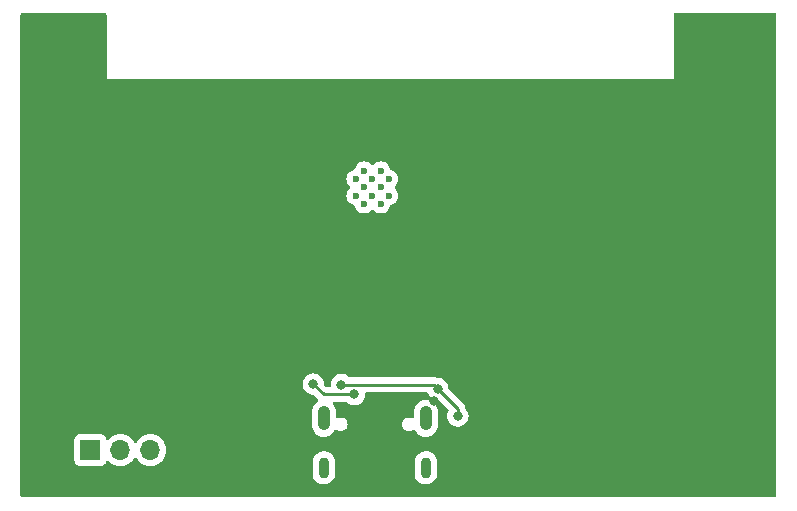
<source format=gbr>
%TF.GenerationSoftware,KiCad,Pcbnew,7.0.10*%
%TF.CreationDate,2025-07-15T10:48:48-04:00*%
%TF.ProjectId,EMGauntlet,454d4761-756e-4746-9c65-742e6b696361,rev?*%
%TF.SameCoordinates,Original*%
%TF.FileFunction,Copper,L2,Bot*%
%TF.FilePolarity,Positive*%
%FSLAX46Y46*%
G04 Gerber Fmt 4.6, Leading zero omitted, Abs format (unit mm)*
G04 Created by KiCad (PCBNEW 7.0.10) date 2025-07-15 10:48:48*
%MOMM*%
%LPD*%
G01*
G04 APERTURE LIST*
%TA.AperFunction,ComponentPad*%
%ADD10R,1.700000X1.700000*%
%TD*%
%TA.AperFunction,ComponentPad*%
%ADD11O,1.700000X1.700000*%
%TD*%
%TA.AperFunction,HeatsinkPad*%
%ADD12C,0.600000*%
%TD*%
%TA.AperFunction,ComponentPad*%
%ADD13O,1.050000X2.100000*%
%TD*%
%TA.AperFunction,ComponentPad*%
%ADD14O,0.900000X1.800000*%
%TD*%
%TA.AperFunction,ViaPad*%
%ADD15C,0.800000*%
%TD*%
%TA.AperFunction,Conductor*%
%ADD16C,0.250000*%
%TD*%
G04 APERTURE END LIST*
D10*
%TO.P,J2,1,Pin_1*%
%TO.N,/IN1*%
X135420000Y-119000000D03*
D11*
%TO.P,J2,2,Pin_2*%
%TO.N,/IN2*%
X137960000Y-119000000D03*
%TO.P,J2,3,Pin_3*%
%TO.N,/REF*%
X140500000Y-119000000D03*
%TD*%
D12*
%TO.P,U6,41*%
%TO.N,N/C*%
X157895000Y-96060000D03*
X157895000Y-97460000D03*
X158595000Y-95360000D03*
X158595000Y-96760000D03*
X158595000Y-98160000D03*
X159295000Y-96060000D03*
X159295000Y-97460000D03*
X159995000Y-95360000D03*
X159995000Y-96760000D03*
X159995000Y-98160000D03*
X160695000Y-96060000D03*
X160695000Y-97460000D03*
%TD*%
D13*
%TO.P,J3,SH1*%
%TO.N,N/C*%
X155180000Y-116320000D03*
%TO.P,J3,SH2*%
X163820000Y-116320000D03*
D14*
%TO.P,J3,SH3*%
X155180000Y-120500000D03*
%TO.P,J3,SH4*%
X163820000Y-120500000D03*
%TD*%
D15*
%TO.N,GND*%
X180677000Y-90710700D03*
X150623000Y-101571000D03*
X184678000Y-114009000D03*
X176967000Y-118532000D03*
X184469000Y-110646000D03*
X149760000Y-90736200D03*
X154271000Y-88311200D03*
X148938000Y-117845000D03*
X184690000Y-121627000D03*
X183846500Y-117538800D03*
X138488000Y-90948700D03*
X168024000Y-89281200D03*
X150648000Y-99751400D03*
X177017000Y-106277000D03*
X133568000Y-97347600D03*
X176235000Y-120396000D03*
X133607000Y-111767000D03*
X164538000Y-114848000D03*
X169172000Y-122155000D03*
X150648000Y-97747600D03*
%TO.N,VBUS*%
X164837000Y-113796000D03*
X156677000Y-113448000D03*
X166531000Y-116121000D03*
%TO.N,Net-(J3-CC1)*%
X154288000Y-113409000D03*
X157780000Y-114291000D03*
%TD*%
D16*
%TO.N,VBUS*%
X166531000Y-115490000D02*
X164837000Y-113796000D01*
X164837000Y-113796000D02*
X164490000Y-113448000D01*
X164490000Y-113448000D02*
X156677000Y-113448000D01*
X166531000Y-116121000D02*
X166531000Y-115490000D01*
%TO.N,Net-(J3-CC1)*%
X157780000Y-114291000D02*
X155170000Y-114291000D01*
X155170000Y-114291000D02*
X154288000Y-113409000D01*
%TD*%
%TA.AperFunction,Conductor*%
%TO.N,GND*%
G36*
X136738039Y-82019685D02*
G01*
X136783794Y-82072489D01*
X136795000Y-82124000D01*
X136795000Y-87550000D01*
X184795000Y-87550000D01*
X184795000Y-82124000D01*
X184814685Y-82056961D01*
X184867489Y-82011206D01*
X184919000Y-82000000D01*
X193376000Y-82000000D01*
X193443039Y-82019685D01*
X193488794Y-82072489D01*
X193500000Y-82124000D01*
X193500000Y-122876000D01*
X193480315Y-122943039D01*
X193427511Y-122988794D01*
X193376000Y-123000000D01*
X129624000Y-123000000D01*
X129556961Y-122980315D01*
X129511206Y-122927511D01*
X129500000Y-122876000D01*
X129500000Y-120998207D01*
X154229500Y-120998207D01*
X154244154Y-121142322D01*
X154302022Y-121326759D01*
X154302029Y-121326774D01*
X154395839Y-121495788D01*
X154395842Y-121495793D01*
X154521758Y-121642466D01*
X154521759Y-121642468D01*
X154674624Y-121760794D01*
X154674627Y-121760796D01*
X154848184Y-121845930D01*
X154848188Y-121845931D01*
X154848186Y-121845931D01*
X155035317Y-121894383D01*
X155035320Y-121894383D01*
X155035326Y-121894385D01*
X155228390Y-121904176D01*
X155419474Y-121874903D01*
X155600753Y-121807764D01*
X155764807Y-121705509D01*
X155904919Y-121572323D01*
X156015353Y-121413658D01*
X156091587Y-121236012D01*
X156130500Y-121046656D01*
X156130500Y-120998207D01*
X162869500Y-120998207D01*
X162884154Y-121142322D01*
X162942022Y-121326759D01*
X162942029Y-121326774D01*
X163035839Y-121495788D01*
X163035842Y-121495793D01*
X163161758Y-121642466D01*
X163161759Y-121642468D01*
X163314624Y-121760794D01*
X163314627Y-121760796D01*
X163488184Y-121845930D01*
X163488188Y-121845931D01*
X163488186Y-121845931D01*
X163675317Y-121894383D01*
X163675320Y-121894383D01*
X163675326Y-121894385D01*
X163868390Y-121904176D01*
X164059474Y-121874903D01*
X164240753Y-121807764D01*
X164404807Y-121705509D01*
X164544919Y-121572323D01*
X164655353Y-121413658D01*
X164731587Y-121236012D01*
X164770500Y-121046656D01*
X164770500Y-120001794D01*
X164760656Y-119904984D01*
X164755845Y-119857677D01*
X164697977Y-119673240D01*
X164697975Y-119673236D01*
X164697974Y-119673232D01*
X164604159Y-119504209D01*
X164604158Y-119504208D01*
X164604157Y-119504206D01*
X164478241Y-119357533D01*
X164478240Y-119357531D01*
X164325375Y-119239205D01*
X164325371Y-119239203D01*
X164317624Y-119235403D01*
X164151816Y-119154070D01*
X164151814Y-119154069D01*
X164151811Y-119154068D01*
X164151813Y-119154068D01*
X163964682Y-119105616D01*
X163964676Y-119105615D01*
X163835964Y-119099087D01*
X163771610Y-119095824D01*
X163771609Y-119095824D01*
X163771607Y-119095824D01*
X163580533Y-119125095D01*
X163580521Y-119125098D01*
X163399251Y-119192234D01*
X163399242Y-119192238D01*
X163235196Y-119294488D01*
X163095080Y-119427677D01*
X162984646Y-119586342D01*
X162908413Y-119763987D01*
X162869500Y-119953343D01*
X162869500Y-120998207D01*
X156130500Y-120998207D01*
X156130500Y-120001794D01*
X156120656Y-119904984D01*
X156115845Y-119857677D01*
X156057977Y-119673240D01*
X156057975Y-119673236D01*
X156057974Y-119673232D01*
X155964159Y-119504209D01*
X155964158Y-119504208D01*
X155964157Y-119504206D01*
X155838241Y-119357533D01*
X155838240Y-119357531D01*
X155685375Y-119239205D01*
X155685371Y-119239203D01*
X155677624Y-119235403D01*
X155511816Y-119154070D01*
X155511814Y-119154069D01*
X155511811Y-119154068D01*
X155511813Y-119154068D01*
X155324682Y-119105616D01*
X155324676Y-119105615D01*
X155195964Y-119099087D01*
X155131610Y-119095824D01*
X155131609Y-119095824D01*
X155131607Y-119095824D01*
X154940533Y-119125095D01*
X154940521Y-119125098D01*
X154759251Y-119192234D01*
X154759242Y-119192238D01*
X154595196Y-119294488D01*
X154455080Y-119427677D01*
X154344646Y-119586342D01*
X154268413Y-119763987D01*
X154229500Y-119953343D01*
X154229500Y-120998207D01*
X129500000Y-120998207D01*
X129500000Y-119897870D01*
X134069500Y-119897870D01*
X134069501Y-119897876D01*
X134075908Y-119957483D01*
X134126202Y-120092328D01*
X134126206Y-120092335D01*
X134212452Y-120207544D01*
X134212455Y-120207547D01*
X134327664Y-120293793D01*
X134327671Y-120293797D01*
X134462517Y-120344091D01*
X134462516Y-120344091D01*
X134469444Y-120344835D01*
X134522127Y-120350500D01*
X136317872Y-120350499D01*
X136377483Y-120344091D01*
X136512331Y-120293796D01*
X136627546Y-120207546D01*
X136713796Y-120092331D01*
X136762810Y-119960916D01*
X136804681Y-119904984D01*
X136870145Y-119880566D01*
X136938418Y-119895417D01*
X136966673Y-119916569D01*
X137088599Y-120038495D01*
X137185384Y-120106265D01*
X137282165Y-120174032D01*
X137282167Y-120174033D01*
X137282170Y-120174035D01*
X137496337Y-120273903D01*
X137724592Y-120335063D01*
X137901034Y-120350500D01*
X137959999Y-120355659D01*
X137960000Y-120355659D01*
X137960001Y-120355659D01*
X138018966Y-120350500D01*
X138195408Y-120335063D01*
X138423663Y-120273903D01*
X138637830Y-120174035D01*
X138831401Y-120038495D01*
X138998495Y-119871401D01*
X139128425Y-119685842D01*
X139183002Y-119642217D01*
X139252500Y-119635023D01*
X139314855Y-119666546D01*
X139331575Y-119685842D01*
X139461500Y-119871395D01*
X139461505Y-119871401D01*
X139628599Y-120038495D01*
X139725384Y-120106265D01*
X139822165Y-120174032D01*
X139822167Y-120174033D01*
X139822170Y-120174035D01*
X140036337Y-120273903D01*
X140264592Y-120335063D01*
X140441034Y-120350500D01*
X140499999Y-120355659D01*
X140500000Y-120355659D01*
X140500001Y-120355659D01*
X140558966Y-120350500D01*
X140735408Y-120335063D01*
X140963663Y-120273903D01*
X141177830Y-120174035D01*
X141371401Y-120038495D01*
X141538495Y-119871401D01*
X141674035Y-119677830D01*
X141773903Y-119463663D01*
X141835063Y-119235408D01*
X141855659Y-119000000D01*
X141835063Y-118764592D01*
X141773903Y-118536337D01*
X141674035Y-118322171D01*
X141668425Y-118314158D01*
X141538494Y-118128597D01*
X141371402Y-117961506D01*
X141371395Y-117961501D01*
X141177834Y-117825967D01*
X141177830Y-117825965D01*
X141115764Y-117797023D01*
X140963663Y-117726097D01*
X140963659Y-117726096D01*
X140963655Y-117726094D01*
X140735413Y-117664938D01*
X140735403Y-117664936D01*
X140500001Y-117644341D01*
X140499999Y-117644341D01*
X140264596Y-117664936D01*
X140264586Y-117664938D01*
X140036344Y-117726094D01*
X140036335Y-117726098D01*
X139822171Y-117825964D01*
X139822169Y-117825965D01*
X139628597Y-117961505D01*
X139461505Y-118128597D01*
X139331575Y-118314158D01*
X139276998Y-118357783D01*
X139207500Y-118364977D01*
X139145145Y-118333454D01*
X139128425Y-118314158D01*
X138998494Y-118128597D01*
X138831402Y-117961506D01*
X138831395Y-117961501D01*
X138637834Y-117825967D01*
X138637830Y-117825965D01*
X138575764Y-117797023D01*
X138423663Y-117726097D01*
X138423659Y-117726096D01*
X138423655Y-117726094D01*
X138195413Y-117664938D01*
X138195403Y-117664936D01*
X137960001Y-117644341D01*
X137959999Y-117644341D01*
X137724596Y-117664936D01*
X137724586Y-117664938D01*
X137496344Y-117726094D01*
X137496335Y-117726098D01*
X137282171Y-117825964D01*
X137282169Y-117825965D01*
X137088600Y-117961503D01*
X136966673Y-118083430D01*
X136905350Y-118116914D01*
X136835658Y-118111930D01*
X136779725Y-118070058D01*
X136762810Y-118039081D01*
X136713797Y-117907671D01*
X136713793Y-117907664D01*
X136627547Y-117792455D01*
X136627544Y-117792452D01*
X136512335Y-117706206D01*
X136512328Y-117706202D01*
X136377482Y-117655908D01*
X136377483Y-117655908D01*
X136317883Y-117649501D01*
X136317881Y-117649500D01*
X136317873Y-117649500D01*
X136317864Y-117649500D01*
X134522129Y-117649500D01*
X134522123Y-117649501D01*
X134462516Y-117655908D01*
X134327671Y-117706202D01*
X134327664Y-117706206D01*
X134212455Y-117792452D01*
X134212452Y-117792455D01*
X134126206Y-117907664D01*
X134126202Y-117907671D01*
X134075908Y-118042517D01*
X134069501Y-118102116D01*
X134069500Y-118102135D01*
X134069500Y-119897870D01*
X129500000Y-119897870D01*
X129500000Y-113409000D01*
X153382540Y-113409000D01*
X153402326Y-113597256D01*
X153402327Y-113597259D01*
X153460818Y-113777277D01*
X153460821Y-113777284D01*
X153555467Y-113941216D01*
X153674576Y-114073500D01*
X153682129Y-114081888D01*
X153835265Y-114193148D01*
X153835270Y-114193151D01*
X154008192Y-114270142D01*
X154008197Y-114270144D01*
X154193354Y-114309500D01*
X154252547Y-114309500D01*
X154319586Y-114329185D01*
X154340228Y-114345819D01*
X154669197Y-114674788D01*
X154679022Y-114687051D01*
X154679243Y-114686869D01*
X154684214Y-114692878D01*
X154696903Y-114704794D01*
X154732298Y-114765034D01*
X154729506Y-114834848D01*
X154689412Y-114892070D01*
X154670474Y-114904544D01*
X154607508Y-114938200D01*
X154607504Y-114938203D01*
X154451352Y-115066352D01*
X154323203Y-115222504D01*
X154323198Y-115222511D01*
X154227978Y-115400654D01*
X154169337Y-115593968D01*
X154160245Y-115686292D01*
X154154500Y-115744620D01*
X154154500Y-116895380D01*
X154159383Y-116944961D01*
X154169337Y-117046031D01*
X154227978Y-117239345D01*
X154323198Y-117417488D01*
X154323203Y-117417495D01*
X154451352Y-117573647D01*
X154537494Y-117644341D01*
X154607506Y-117701798D01*
X154607509Y-117701799D01*
X154607511Y-117701801D01*
X154785654Y-117797021D01*
X154785656Y-117797021D01*
X154785659Y-117797023D01*
X154978967Y-117855662D01*
X155180000Y-117875462D01*
X155381033Y-117855662D01*
X155574341Y-117797023D01*
X155752494Y-117701798D01*
X155908647Y-117573647D01*
X156036798Y-117417494D01*
X156086138Y-117325184D01*
X156135100Y-117275342D01*
X156203237Y-117259881D01*
X156268917Y-117283712D01*
X156270905Y-117285205D01*
X156319767Y-117322698D01*
X156319769Y-117322699D01*
X156340270Y-117331190D01*
X156459764Y-117380687D01*
X156572280Y-117395500D01*
X156572287Y-117395500D01*
X156647713Y-117395500D01*
X156647720Y-117395500D01*
X156760236Y-117380687D01*
X156900233Y-117322698D01*
X157020451Y-117230451D01*
X157112698Y-117110233D01*
X157170687Y-116970236D01*
X157190466Y-116820000D01*
X161809534Y-116820000D01*
X161829312Y-116970234D01*
X161829313Y-116970236D01*
X161860708Y-117046031D01*
X161887302Y-117110233D01*
X161979549Y-117230451D01*
X162099767Y-117322698D01*
X162239764Y-117380687D01*
X162352280Y-117395500D01*
X162352287Y-117395500D01*
X162427713Y-117395500D01*
X162427720Y-117395500D01*
X162540236Y-117380687D01*
X162680233Y-117322698D01*
X162729017Y-117285263D01*
X162794183Y-117260069D01*
X162862628Y-117274106D01*
X162912619Y-117322919D01*
X162913861Y-117325185D01*
X162963200Y-117417492D01*
X162963203Y-117417495D01*
X163091352Y-117573647D01*
X163177494Y-117644341D01*
X163247506Y-117701798D01*
X163247509Y-117701799D01*
X163247511Y-117701801D01*
X163425654Y-117797021D01*
X163425656Y-117797021D01*
X163425659Y-117797023D01*
X163618967Y-117855662D01*
X163820000Y-117875462D01*
X164021033Y-117855662D01*
X164214341Y-117797023D01*
X164392494Y-117701798D01*
X164548647Y-117573647D01*
X164676798Y-117417494D01*
X164772023Y-117239341D01*
X164830662Y-117046033D01*
X164845500Y-116895380D01*
X164845500Y-115744620D01*
X164830662Y-115593967D01*
X164772023Y-115400659D01*
X164772021Y-115400656D01*
X164772021Y-115400654D01*
X164676801Y-115222511D01*
X164676799Y-115222509D01*
X164676798Y-115222506D01*
X164579201Y-115103583D01*
X164548647Y-115066352D01*
X164392495Y-114938203D01*
X164392488Y-114938198D01*
X164214345Y-114842978D01*
X164021031Y-114784337D01*
X163820000Y-114764538D01*
X163618968Y-114784337D01*
X163425654Y-114842978D01*
X163247511Y-114938198D01*
X163247504Y-114938203D01*
X163091352Y-115066352D01*
X162963203Y-115222504D01*
X162963198Y-115222511D01*
X162867978Y-115400654D01*
X162809337Y-115593968D01*
X162794500Y-115744623D01*
X162794500Y-116179053D01*
X162774815Y-116246092D01*
X162722011Y-116291847D01*
X162652853Y-116301791D01*
X162623048Y-116293614D01*
X162540239Y-116259314D01*
X162540237Y-116259313D01*
X162540236Y-116259313D01*
X162526171Y-116257461D01*
X162427727Y-116244500D01*
X162427720Y-116244500D01*
X162352280Y-116244500D01*
X162352272Y-116244500D01*
X162239764Y-116259313D01*
X162239763Y-116259313D01*
X162099770Y-116317300D01*
X161979549Y-116409549D01*
X161887300Y-116529770D01*
X161829313Y-116669763D01*
X161829312Y-116669765D01*
X161809534Y-116819999D01*
X161809534Y-116820000D01*
X157190466Y-116820000D01*
X157170687Y-116669764D01*
X157112698Y-116529767D01*
X157020451Y-116409549D01*
X156900233Y-116317302D01*
X156900229Y-116317300D01*
X156836801Y-116291027D01*
X156760236Y-116259313D01*
X156746171Y-116257461D01*
X156647727Y-116244500D01*
X156647720Y-116244500D01*
X156572280Y-116244500D01*
X156572272Y-116244500D01*
X156459764Y-116259313D01*
X156459760Y-116259314D01*
X156376952Y-116293614D01*
X156307483Y-116301083D01*
X156245004Y-116269807D01*
X156209352Y-116209718D01*
X156205500Y-116179053D01*
X156205500Y-115744623D01*
X156190662Y-115593968D01*
X156189090Y-115588785D01*
X156132023Y-115400659D01*
X156132021Y-115400656D01*
X156132021Y-115400654D01*
X156036801Y-115222511D01*
X156036799Y-115222509D01*
X156036798Y-115222506D01*
X155951989Y-115119165D01*
X155924676Y-115054855D01*
X155936467Y-114985987D01*
X155983619Y-114934427D01*
X156047842Y-114916500D01*
X157076252Y-114916500D01*
X157143291Y-114936185D01*
X157168400Y-114957526D01*
X157174126Y-114963885D01*
X157174130Y-114963889D01*
X157327265Y-115075148D01*
X157327270Y-115075151D01*
X157500192Y-115152142D01*
X157500197Y-115152144D01*
X157685354Y-115191500D01*
X157685355Y-115191500D01*
X157874644Y-115191500D01*
X157874646Y-115191500D01*
X158059803Y-115152144D01*
X158232730Y-115075151D01*
X158385871Y-114963888D01*
X158512533Y-114823216D01*
X158607179Y-114659284D01*
X158665674Y-114479256D01*
X158685460Y-114291000D01*
X158676995Y-114210460D01*
X158689565Y-114141731D01*
X158737297Y-114090708D01*
X158800316Y-114073500D01*
X163890232Y-114073500D01*
X163957271Y-114093185D01*
X164003026Y-114145989D01*
X164008163Y-114159183D01*
X164009817Y-114164275D01*
X164009821Y-114164284D01*
X164104467Y-114328216D01*
X164231129Y-114468888D01*
X164384265Y-114580148D01*
X164384270Y-114580151D01*
X164557192Y-114657142D01*
X164557197Y-114657144D01*
X164742354Y-114696500D01*
X164801548Y-114696500D01*
X164868587Y-114716185D01*
X164889229Y-114732819D01*
X165711687Y-115555277D01*
X165745172Y-115616600D01*
X165740188Y-115686292D01*
X165731394Y-115704956D01*
X165703821Y-115752714D01*
X165703820Y-115752717D01*
X165645327Y-115932740D01*
X165645326Y-115932744D01*
X165625540Y-116121000D01*
X165645326Y-116309256D01*
X165645327Y-116309259D01*
X165703818Y-116489277D01*
X165703821Y-116489284D01*
X165798467Y-116653216D01*
X165925129Y-116793888D01*
X166078265Y-116905148D01*
X166078270Y-116905151D01*
X166251192Y-116982142D01*
X166251197Y-116982144D01*
X166436354Y-117021500D01*
X166436355Y-117021500D01*
X166625644Y-117021500D01*
X166625646Y-117021500D01*
X166810803Y-116982144D01*
X166983730Y-116905151D01*
X167136871Y-116793888D01*
X167263533Y-116653216D01*
X167358179Y-116489284D01*
X167416674Y-116309256D01*
X167436460Y-116121000D01*
X167416674Y-115932744D01*
X167358179Y-115752716D01*
X167263533Y-115588784D01*
X167186528Y-115503261D01*
X167156299Y-115440272D01*
X167154740Y-115424191D01*
X167153710Y-115391373D01*
X167148119Y-115372130D01*
X167144173Y-115353078D01*
X167141664Y-115333208D01*
X167125579Y-115292583D01*
X167121806Y-115281562D01*
X167109618Y-115239610D01*
X167109617Y-115239609D01*
X167109617Y-115239607D01*
X167109616Y-115239606D01*
X167099423Y-115222371D01*
X167090861Y-115204894D01*
X167083487Y-115186269D01*
X167057816Y-115150937D01*
X167051405Y-115141177D01*
X167029170Y-115103580D01*
X167029168Y-115103578D01*
X167029165Y-115103574D01*
X167015006Y-115089415D01*
X167002368Y-115074619D01*
X166990594Y-115058413D01*
X166956940Y-115030572D01*
X166948299Y-115022709D01*
X165775960Y-113850369D01*
X165742475Y-113789046D01*
X165740323Y-113775668D01*
X165722674Y-113607744D01*
X165664179Y-113427716D01*
X165569533Y-113263784D01*
X165442871Y-113123112D01*
X165383150Y-113079722D01*
X165289734Y-113011851D01*
X165289729Y-113011848D01*
X165116807Y-112934857D01*
X165116802Y-112934855D01*
X164971001Y-112903865D01*
X164931646Y-112895500D01*
X164931645Y-112895500D01*
X164815226Y-112895500D01*
X164755490Y-112880163D01*
X164722092Y-112861803D01*
X164703215Y-112856956D01*
X164684647Y-112850583D01*
X164666772Y-112842817D01*
X164666761Y-112842814D01*
X164623103Y-112835835D01*
X164611842Y-112833495D01*
X164606660Y-112832164D01*
X164569019Y-112822500D01*
X164569017Y-112822500D01*
X164549527Y-112822500D01*
X164529954Y-112820945D01*
X164510711Y-112817869D01*
X164466695Y-112821966D01*
X164455203Y-112822500D01*
X157380748Y-112822500D01*
X157313709Y-112802815D01*
X157288600Y-112781474D01*
X157282873Y-112775114D01*
X157282869Y-112775110D01*
X157129734Y-112663851D01*
X157129729Y-112663848D01*
X156956807Y-112586857D01*
X156956802Y-112586855D01*
X156811001Y-112555865D01*
X156771646Y-112547500D01*
X156582354Y-112547500D01*
X156549897Y-112554398D01*
X156397197Y-112586855D01*
X156397192Y-112586857D01*
X156224270Y-112663848D01*
X156224265Y-112663851D01*
X156071129Y-112775111D01*
X155944466Y-112915785D01*
X155849821Y-113079715D01*
X155849818Y-113079722D01*
X155791327Y-113259740D01*
X155791326Y-113259744D01*
X155777778Y-113388649D01*
X155771540Y-113448000D01*
X155780005Y-113528539D01*
X155767435Y-113597269D01*
X155719703Y-113648292D01*
X155656684Y-113665500D01*
X155480453Y-113665500D01*
X155413414Y-113645815D01*
X155392772Y-113629181D01*
X155226960Y-113463369D01*
X155193475Y-113402046D01*
X155191323Y-113388668D01*
X155173674Y-113220744D01*
X155115179Y-113040716D01*
X155020533Y-112876784D01*
X154893871Y-112736112D01*
X154893870Y-112736111D01*
X154740734Y-112624851D01*
X154740729Y-112624848D01*
X154567807Y-112547857D01*
X154567802Y-112547855D01*
X154422001Y-112516865D01*
X154382646Y-112508500D01*
X154193354Y-112508500D01*
X154160897Y-112515398D01*
X154008197Y-112547855D01*
X154008192Y-112547857D01*
X153835270Y-112624848D01*
X153835265Y-112624851D01*
X153682129Y-112736111D01*
X153555466Y-112876785D01*
X153460821Y-113040715D01*
X153460818Y-113040722D01*
X153402327Y-113220740D01*
X153402326Y-113220744D01*
X153382540Y-113409000D01*
X129500000Y-113409000D01*
X129500000Y-97460003D01*
X157089435Y-97460003D01*
X157109630Y-97639249D01*
X157109631Y-97639254D01*
X157169211Y-97809523D01*
X157265184Y-97962262D01*
X157392738Y-98089816D01*
X157545478Y-98185789D01*
X157715745Y-98245368D01*
X157715754Y-98245369D01*
X157716207Y-98245473D01*
X157716477Y-98245624D01*
X157722318Y-98247668D01*
X157721960Y-98248690D01*
X157777191Y-98279573D01*
X157806377Y-98333017D01*
X157807333Y-98332683D01*
X157809362Y-98338483D01*
X157809523Y-98338777D01*
X157809631Y-98339250D01*
X157809632Y-98339255D01*
X157841538Y-98430437D01*
X157869210Y-98509521D01*
X157894999Y-98550564D01*
X157965184Y-98662262D01*
X158092738Y-98789816D01*
X158245478Y-98885789D01*
X158415745Y-98945368D01*
X158415750Y-98945369D01*
X158594996Y-98965565D01*
X158595000Y-98965565D01*
X158595004Y-98965565D01*
X158774249Y-98945369D01*
X158774252Y-98945368D01*
X158774255Y-98945368D01*
X158944522Y-98885789D01*
X159097262Y-98789816D01*
X159207319Y-98679759D01*
X159268642Y-98646274D01*
X159338334Y-98651258D01*
X159382681Y-98679759D01*
X159492738Y-98789816D01*
X159645478Y-98885789D01*
X159815745Y-98945368D01*
X159815750Y-98945369D01*
X159994996Y-98965565D01*
X159995000Y-98965565D01*
X159995004Y-98965565D01*
X160174249Y-98945369D01*
X160174252Y-98945368D01*
X160174255Y-98945368D01*
X160344522Y-98885789D01*
X160497262Y-98789816D01*
X160624816Y-98662262D01*
X160720789Y-98509522D01*
X160780368Y-98339255D01*
X160780369Y-98339243D01*
X160780473Y-98338793D01*
X160780624Y-98338522D01*
X160782668Y-98332682D01*
X160783690Y-98333039D01*
X160814573Y-98277809D01*
X160868017Y-98248626D01*
X160867682Y-98247668D01*
X160873504Y-98245630D01*
X160873793Y-98245473D01*
X160874243Y-98245369D01*
X160874255Y-98245368D01*
X161044522Y-98185789D01*
X161197262Y-98089816D01*
X161324816Y-97962262D01*
X161420789Y-97809522D01*
X161480368Y-97639255D01*
X161500565Y-97460000D01*
X161480368Y-97280745D01*
X161420789Y-97110478D01*
X161324816Y-96957738D01*
X161214759Y-96847681D01*
X161181274Y-96786358D01*
X161186258Y-96716666D01*
X161214759Y-96672319D01*
X161324816Y-96562262D01*
X161420789Y-96409522D01*
X161480368Y-96239255D01*
X161500565Y-96060000D01*
X161480368Y-95880745D01*
X161420789Y-95710478D01*
X161324816Y-95557738D01*
X161197262Y-95430184D01*
X161044521Y-95334210D01*
X160965437Y-95306538D01*
X160874255Y-95274632D01*
X160874251Y-95274631D01*
X160874250Y-95274631D01*
X160873777Y-95274523D01*
X160873501Y-95274369D01*
X160867683Y-95272333D01*
X160868039Y-95271313D01*
X160812798Y-95240416D01*
X160783626Y-95186982D01*
X160782668Y-95187318D01*
X160780630Y-95181496D01*
X160780473Y-95181207D01*
X160780369Y-95180754D01*
X160780368Y-95180745D01*
X160720789Y-95010478D01*
X160624816Y-94857738D01*
X160497262Y-94730184D01*
X160344523Y-94634211D01*
X160174254Y-94574631D01*
X160174249Y-94574630D01*
X159995004Y-94554435D01*
X159994996Y-94554435D01*
X159815750Y-94574630D01*
X159815745Y-94574631D01*
X159645476Y-94634211D01*
X159492737Y-94730184D01*
X159382681Y-94840241D01*
X159321358Y-94873726D01*
X159251666Y-94868742D01*
X159207319Y-94840241D01*
X159097262Y-94730184D01*
X158944523Y-94634211D01*
X158774254Y-94574631D01*
X158774249Y-94574630D01*
X158595004Y-94554435D01*
X158594996Y-94554435D01*
X158415750Y-94574630D01*
X158415745Y-94574631D01*
X158245476Y-94634211D01*
X158092737Y-94730184D01*
X157965184Y-94857737D01*
X157869210Y-95010478D01*
X157809628Y-95180755D01*
X157809518Y-95181241D01*
X157809360Y-95181522D01*
X157807333Y-95187317D01*
X157806317Y-95186961D01*
X157775400Y-95242215D01*
X157721984Y-95271381D01*
X157722317Y-95272333D01*
X157716541Y-95274353D01*
X157716241Y-95274518D01*
X157715755Y-95274628D01*
X157545478Y-95334210D01*
X157392737Y-95430184D01*
X157265184Y-95557737D01*
X157169211Y-95710476D01*
X157109631Y-95880745D01*
X157109630Y-95880750D01*
X157089435Y-96059996D01*
X157089435Y-96060003D01*
X157109630Y-96239249D01*
X157109631Y-96239254D01*
X157169211Y-96409523D01*
X157265184Y-96562262D01*
X157375241Y-96672319D01*
X157408726Y-96733642D01*
X157403742Y-96803334D01*
X157375241Y-96847681D01*
X157265184Y-96957737D01*
X157169211Y-97110476D01*
X157109631Y-97280745D01*
X157109630Y-97280750D01*
X157089435Y-97459996D01*
X157089435Y-97460003D01*
X129500000Y-97460003D01*
X129500000Y-82124000D01*
X129519685Y-82056961D01*
X129572489Y-82011206D01*
X129624000Y-82000000D01*
X136671000Y-82000000D01*
X136738039Y-82019685D01*
G37*
%TD.AperFunction*%
%TD*%
M02*

</source>
